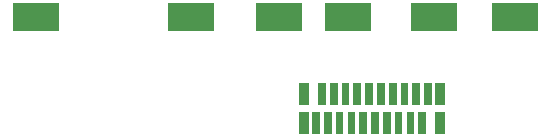
<source format=gbr>
G04 start of page 7 for group -4063 idx -4063 *
G04 Title: (unknown), componentmask *
G04 Creator: pcb 20110918 *
G04 CreationDate: Mon Sep 22 22:22:36 2014 UTC *
G04 For: fosse *
G04 Format: Gerber/RS-274X *
G04 PCB-Dimensions: 320000 125000 *
G04 PCB-Coordinate-Origin: lower left *
%MOIN*%
%FSLAX25Y25*%
%LNTOPMASK*%
%ADD42R,0.0907X0.0907*%
%ADD41R,0.0257X0.0257*%
%ADD40R,0.0336X0.0336*%
%ADD39R,0.0258X0.0258*%
G54D39*X140717Y69062D02*Y64338D01*
X144654Y69062D02*Y64338D01*
X148591Y69062D02*Y64338D01*
G54D40*X134812Y68668D02*Y64731D01*
G54D41*X138749Y59613D02*Y54888D01*
X142686Y59613D02*Y54888D01*
X146623Y59613D02*Y54888D01*
G54D40*X134812Y59219D02*Y55282D01*
G54D41*X150560Y59613D02*Y54888D01*
X154497Y59613D02*Y54888D01*
G54D39*X158434Y59613D02*Y54889D01*
X162371Y59613D02*Y54889D01*
X166308Y59613D02*Y54889D01*
X170245Y59613D02*Y54889D01*
X174182Y59613D02*Y54889D01*
G54D40*X180088Y59219D02*Y55282D01*
G54D39*X152528Y69062D02*Y64338D01*
X156465Y69062D02*Y64338D01*
X160402Y69062D02*Y64338D01*
X164339Y69062D02*Y64338D01*
X168276Y69062D02*Y64338D01*
X172213Y69062D02*Y64338D01*
X176150Y69062D02*Y64338D01*
G54D40*X180088Y68668D02*Y64731D01*
G54D42*X201850Y92500D02*X208149D01*
X146350D02*X152649D01*
X174870Y92480D02*X181169D01*
X123350Y92500D02*X129649D01*
X93850D02*X100149D01*
X42350D02*X48649D01*
M02*

</source>
